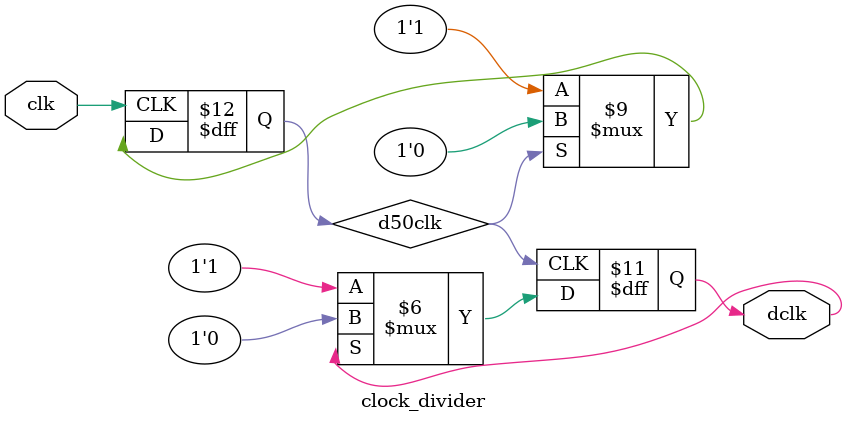
<source format=v>
`timescale 1ns / 1ps
module clock_divider(
	input wire clk,		//master clock: 100MHz
	output reg dclk	//pixel clock: 25MHz ; 7-segment clock: 381.47Hz
	);

// 17-bit counter variable
// reg [16:0] q;

// 2-bit counter variable
   //reg [1:0] q;

// Clock divider --
// Each bit in q is a clock signal that is
// only a fraction of the master clock.
   reg d50clk;

always @(posedge clk) //or posedge clr)
//begin
//if (clr == 0)
	begin
	// reset condition
	//if (clr == 1)
		//q <= 0;
	// increment counter by one
	//else
	//	q <= q + 1;
		if (d50clk == 1)
			d50clk <= 0;
		else
			d50clk <= 1;
	end		
//else	
//	   d50clk <= 0;
//end

always @(posedge d50clk)// or posedge clr)
begin
//if (clr == 0)
	//begin
	// reset condition
	//if (clr == 1)
		//q <= 0;
	// increment counter by one
	//else
	//	q <= q + 1;
		if (dclk == 1)
			dclk <= 0;
		else
			dclk <= 1;
   //end
   		
//else	
	  // dclk <= 0;
end

//100Mhz / 2^18 = 381.47Hz

// assign segclk = q[17];

//100Mhz / 2^2 = 25MHz

//assign dclk = q[1];

endmodule

</source>
